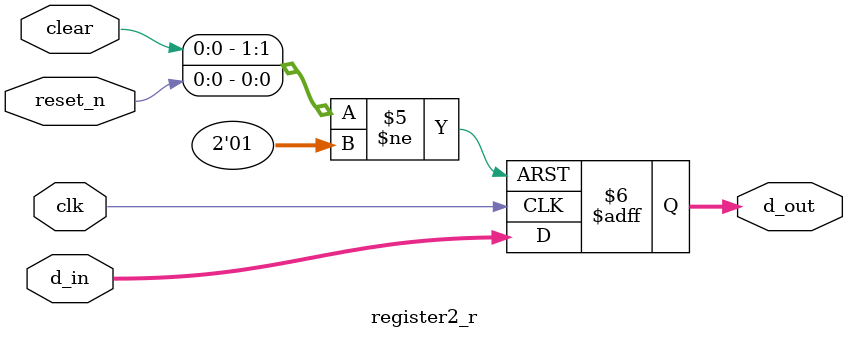
<source format=v>
module register2_r(clk, reset_n,clear, d_in, d_out); //[LAB05]Asynchronous resettable d ff
	input clk, reset_n,clear; // reset active low
	input [1:0] d_in;
	output reg [1:0] d_out;
	
	always@(posedge clk or negedge reset_n or posedge clear)
	begin
		if(reset_n == 0)	d_out <= 2'b0;
		else if(clear == 1) d_out <= 2'b0;
		else					d_out <= d_in;
	end
endmodule
</source>
